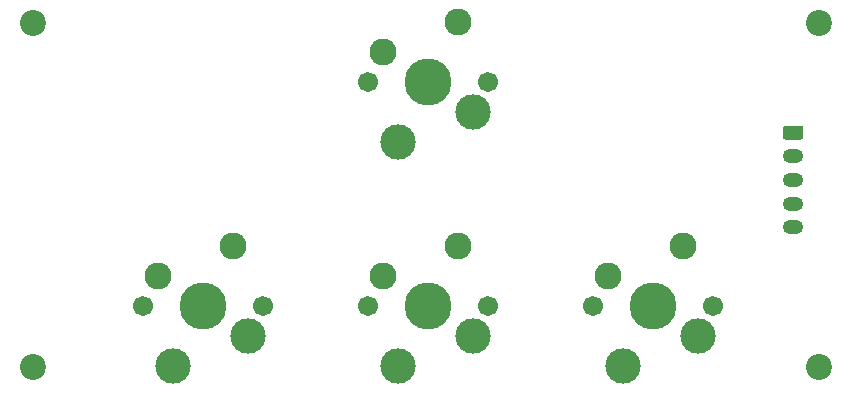
<source format=gts>
%TF.GenerationSoftware,KiCad,Pcbnew,(5.1.12)-1*%
%TF.CreationDate,2021-12-31T17:27:04-05:00*%
%TF.ProjectId,4keymacropad,346b6579-6d61-4637-926f-7061642e6b69,rev?*%
%TF.SameCoordinates,Original*%
%TF.FileFunction,Soldermask,Top*%
%TF.FilePolarity,Negative*%
%FSLAX46Y46*%
G04 Gerber Fmt 4.6, Leading zero omitted, Abs format (unit mm)*
G04 Created by KiCad (PCBNEW (5.1.12)-1) date 2021-12-31 17:27:04*
%MOMM*%
%LPD*%
G01*
G04 APERTURE LIST*
%ADD10C,2.200000*%
%ADD11C,3.000000*%
%ADD12C,2.286000*%
%ADD13C,3.987800*%
%ADD14C,1.701800*%
%ADD15O,1.750000X1.200000*%
G04 APERTURE END LIST*
D10*
%TO.C,REF\u002A\u002A*%
X101219000Y-106172000D03*
%TD*%
%TO.C,REF\u002A\u002A*%
X101219000Y-77025500D03*
%TD*%
%TO.C,REF\u002A\u002A*%
X167767000Y-106108500D03*
%TD*%
%TO.C,REF\u002A\u002A*%
X167703500Y-77025500D03*
%TD*%
D11*
%TO.C,SW3*%
X132080000Y-106045000D03*
X138430000Y-103505000D03*
D12*
X137160000Y-95885000D03*
D13*
X134620000Y-100965000D03*
D12*
X130810000Y-98425000D03*
D14*
X139700000Y-100965000D03*
X129540000Y-100965000D03*
%TD*%
%TO.C,SW1*%
X129540000Y-82042000D03*
X139700000Y-82042000D03*
D12*
X130810000Y-79502000D03*
D13*
X134620000Y-82042000D03*
D12*
X137160000Y-76962000D03*
D11*
X138430000Y-84582000D03*
X132080000Y-87122000D03*
%TD*%
%TO.C,J1*%
G36*
G01*
X164919499Y-85696500D02*
X166169501Y-85696500D01*
G75*
G02*
X166419500Y-85946499I0J-249999D01*
G01*
X166419500Y-86646501D01*
G75*
G02*
X166169501Y-86896500I-249999J0D01*
G01*
X164919499Y-86896500D01*
G75*
G02*
X164669500Y-86646501I0J249999D01*
G01*
X164669500Y-85946499D01*
G75*
G02*
X164919499Y-85696500I249999J0D01*
G01*
G37*
D15*
X165544500Y-88296500D03*
X165544500Y-90296500D03*
X165544500Y-92296500D03*
X165544500Y-94296500D03*
%TD*%
D11*
%TO.C,SW2*%
X113030000Y-106045000D03*
X119380000Y-103505000D03*
D12*
X118110000Y-95885000D03*
D13*
X115570000Y-100965000D03*
D12*
X111760000Y-98425000D03*
D14*
X120650000Y-100965000D03*
X110490000Y-100965000D03*
%TD*%
%TO.C,SW4*%
X148590000Y-100965000D03*
X158750000Y-100965000D03*
D12*
X149860000Y-98425000D03*
D13*
X153670000Y-100965000D03*
D12*
X156210000Y-95885000D03*
D11*
X157480000Y-103505000D03*
X151130000Y-106045000D03*
%TD*%
M02*

</source>
